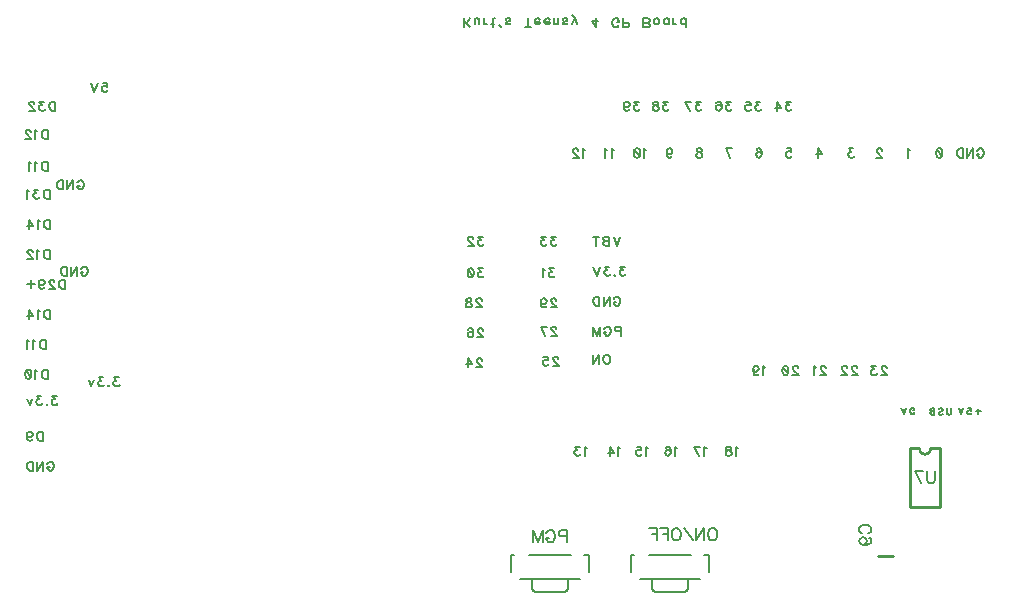
<source format=gbo>
G04 DipTrace 3.3.1.3*
G04 Teensy4.0TouchDisplayLoRa.gbo*
%MOIN*%
G04 #@! TF.FileFunction,Legend,Bot*
G04 #@! TF.Part,Single*
%ADD10C,0.009843*%
%ADD29C,0.005*%
%ADD139C,0.006176*%
%ADD140C,0.007*%
%FSLAX26Y26*%
G04*
G70*
G90*
G75*
G01*
G04 BotSilk*
%LPD*%
X3386468Y521167D2*
D10*
X3437609D1*
X2793701Y443698D2*
D29*
X2593699D1*
X2562465Y468703D2*
Y524945D1*
X2574965D1*
X2624966D2*
X2762434D1*
X2752712Y441699D2*
Y411696D1*
G02X2742699Y401700I-10011J16D01*
G01*
X2644701D1*
G02X2634688Y411696I-2J10012D01*
G01*
Y441699D1*
X2806201Y524945D2*
X2824935D1*
Y468703D1*
X2393701Y443698D2*
X2193699D1*
X2162465Y468703D2*
Y524945D1*
X2174965D1*
X2224966D2*
X2362434D1*
X2352712Y441699D2*
Y411696D1*
G02X2342699Y401700I-10011J16D01*
G01*
X2244701D1*
G02X2234688Y411696I-2J10012D01*
G01*
Y441699D1*
X2406201Y524945D2*
X2424935D1*
Y468703D1*
X3594888Y879579D2*
D10*
Y682724D1*
X3492512Y879579D2*
Y682724D1*
X3594888D2*
X3492512D1*
X3563394Y879579D2*
X3594888D1*
X3524006D2*
X3492512D1*
X3563394D2*
G02X3524006Y879579I-19694J9D01*
G01*
X3333483Y596318D2*
D139*
X3329681Y598220D1*
X3325834Y602066D1*
X3323933Y605869D1*
Y613518D1*
X3325834Y617365D1*
X3329681Y621167D1*
X3333483Y623113D1*
X3339231Y625014D1*
X3348826D1*
X3354530Y623113D1*
X3358377Y621167D1*
X3362179Y617365D1*
X3364125Y613518D1*
Y605869D1*
X3362179Y602066D1*
X3358377Y598220D1*
X3354530Y596318D1*
X3337330Y559074D2*
X3343078Y561019D1*
X3346925Y564822D1*
X3348826Y570570D1*
Y572471D1*
X3346925Y578219D1*
X3343078Y582021D1*
X3337330Y583967D1*
X3335429D1*
X3329681Y582021D1*
X3325878Y578219D1*
X3323977Y572471D1*
Y570570D1*
X3325878Y564822D1*
X3329681Y561019D1*
X3337330Y559074D1*
X3346925D1*
X3356475Y561019D1*
X3362223Y564822D1*
X3364125Y570570D1*
Y574372D1*
X3362223Y580120D1*
X3358377Y582021D1*
X2839118Y613528D2*
X2842965Y611627D1*
X2846768Y607780D1*
X2848713Y603977D1*
X2850614Y598229D1*
Y588634D1*
X2848713Y582931D1*
X2846768Y579084D1*
X2842965Y575281D1*
X2839118Y573336D1*
X2831469D1*
X2827667Y575281D1*
X2823820Y579084D1*
X2821918Y582931D1*
X2820017Y588634D1*
Y598229D1*
X2821918Y603977D1*
X2823820Y607780D1*
X2827667Y611627D1*
X2831469Y613528D1*
X2839118D1*
X2780871D2*
Y573336D1*
X2807666Y613528D1*
Y573336D1*
X2768520D2*
X2741725Y613484D1*
X2717878Y613528D2*
X2721724Y611627D1*
X2725527Y607780D1*
X2727472Y603977D1*
X2729374Y598229D1*
Y588634D1*
X2727472Y582931D1*
X2725527Y579084D1*
X2721724Y575281D1*
X2717878Y573336D1*
X2710228D1*
X2706426Y575281D1*
X2702579Y579084D1*
X2700678Y582931D1*
X2698776Y588634D1*
Y598229D1*
X2700678Y603977D1*
X2702579Y607780D1*
X2706426Y611627D1*
X2710228Y613528D1*
X2717878D1*
X2661532D2*
X2686425D1*
Y573336D1*
Y594382D2*
X2671126D1*
X2624287Y613528D2*
X2649180D1*
Y573336D1*
Y594382D2*
X2633882D1*
X2349095Y586232D2*
X2331851D1*
X2326147Y588133D1*
X2324202Y590079D1*
X2322301Y593881D1*
Y599629D1*
X2324202Y603432D1*
X2326147Y605377D1*
X2331851Y607278D1*
X2349095D1*
Y567086D1*
X2281253Y597728D2*
X2283155Y601530D1*
X2287001Y605377D1*
X2290804Y607278D1*
X2298453D1*
X2302300Y605377D1*
X2306102Y601530D1*
X2308048Y597728D1*
X2309949Y591980D1*
Y582385D1*
X2308048Y576681D1*
X2306102Y572834D1*
X2302300Y569032D1*
X2298453Y567086D1*
X2290804D1*
X2287001Y569032D1*
X2283155Y572834D1*
X2281253Y576681D1*
Y582385D1*
X2290804D1*
X2238305Y567086D2*
Y607278D1*
X2253603Y567086D1*
X2268902Y607278D1*
Y567086D1*
X3576670Y803657D2*
Y774961D1*
X3574769Y769213D1*
X3570922Y765411D1*
X3565174Y763465D1*
X3561372D1*
X3555624Y765411D1*
X3551777Y769213D1*
X3549876Y774961D1*
Y803657D1*
X3529875Y763465D2*
X3510730Y803613D1*
X3537524D1*
X2008251Y2283129D2*
D140*
Y2313273D1*
X2028347Y2283129D2*
X2008251Y2303225D1*
X2015414Y2296029D2*
X2028347Y2313273D1*
X2042347Y2293177D2*
Y2307536D1*
X2043773Y2311814D1*
X2046658Y2313273D1*
X2050969D1*
X2053821Y2311814D1*
X2058132Y2307536D1*
Y2293177D2*
Y2313273D1*
X2072132Y2293177D2*
Y2313273D1*
Y2301799D2*
X2073591Y2297488D1*
X2076443Y2294603D1*
X2079328Y2293177D1*
X2083639D1*
X2101950Y2283129D2*
Y2307536D1*
X2103376Y2311814D1*
X2106261Y2313273D1*
X2109113D1*
X2097639Y2293177D2*
X2107687D1*
X2130309Y2283162D2*
X2123113Y2291784D1*
X2131735Y2284588D1*
X2130309Y2283162D1*
X2161520Y2297488D2*
X2160094Y2294603D1*
X2155783Y2293177D1*
X2151472D1*
X2147161Y2294603D1*
X2145735Y2297488D1*
X2147161Y2300340D1*
X2150046Y2301799D1*
X2157209Y2303225D1*
X2160094Y2304651D1*
X2161520Y2307536D1*
Y2308962D1*
X2160094Y2311814D1*
X2155783Y2313273D1*
X2151472D1*
X2147161Y2311814D1*
X2145735Y2308962D1*
X2219465Y2283129D2*
Y2313273D1*
X2209417Y2283129D2*
X2229513D1*
X2243513Y2301799D2*
X2260724D1*
Y2298914D1*
X2259298Y2296029D1*
X2257872Y2294603D1*
X2254987Y2293177D1*
X2250676D1*
X2247824Y2294603D1*
X2244939Y2297488D1*
X2243513Y2301799D1*
Y2304651D1*
X2244939Y2308962D1*
X2247824Y2311814D1*
X2250676Y2313273D1*
X2254987D1*
X2257872Y2311814D1*
X2260724Y2308962D1*
X2274724Y2301799D2*
X2291935D1*
Y2298914D1*
X2290509Y2296029D1*
X2289083Y2294603D1*
X2286198Y2293177D1*
X2281887D1*
X2279035Y2294603D1*
X2276150Y2297488D1*
X2274724Y2301799D1*
Y2304651D1*
X2276150Y2308962D1*
X2279035Y2311814D1*
X2281887Y2313273D1*
X2286198D1*
X2289083Y2311814D1*
X2291935Y2308962D1*
X2305935Y2293177D2*
Y2313273D1*
Y2298914D2*
X2310246Y2294603D1*
X2313131Y2293177D1*
X2317409D1*
X2320294Y2294603D1*
X2321720Y2298914D1*
Y2313273D1*
X2351505Y2297488D2*
X2350079Y2294603D1*
X2345768Y2293177D1*
X2341457D1*
X2337146Y2294603D1*
X2335720Y2297488D1*
X2337146Y2300340D1*
X2340031Y2301799D1*
X2347194Y2303225D1*
X2350079Y2304651D1*
X2351505Y2307536D1*
Y2308962D1*
X2350079Y2311814D1*
X2345768Y2313273D1*
X2341457D1*
X2337146Y2311814D1*
X2335720Y2308962D1*
X2366964Y2293177D2*
X2375553Y2313273D1*
X2372701Y2319010D1*
X2369816Y2321895D1*
X2366964Y2323321D1*
X2365505D1*
X2384175Y2293177D2*
X2375553Y2313273D1*
X2446431D2*
Y2283162D1*
X2432072Y2303225D1*
X2453594D1*
X2523013Y2290292D2*
X2521587Y2287440D1*
X2518702Y2284555D1*
X2515850Y2283129D1*
X2510113D1*
X2507228Y2284555D1*
X2504376Y2287440D1*
X2502917Y2290292D1*
X2501491Y2294603D1*
Y2301799D1*
X2502917Y2306077D1*
X2504376Y2308962D1*
X2507228Y2311814D1*
X2510113Y2313273D1*
X2515850D1*
X2518702Y2311814D1*
X2521587Y2308962D1*
X2523013Y2306077D1*
Y2301799D1*
X2515850D1*
X2537013Y2298914D2*
X2549946D1*
X2554224Y2297488D1*
X2555683Y2296029D1*
X2557109Y2293177D1*
Y2288866D1*
X2555683Y2286014D1*
X2554224Y2284555D1*
X2549946Y2283129D1*
X2537013D1*
Y2313273D1*
X2605006Y2283129D2*
Y2313273D1*
X2617939D1*
X2622250Y2311814D1*
X2623676Y2310388D1*
X2625102Y2307536D1*
Y2303225D1*
X2623676Y2300340D1*
X2622250Y2298914D1*
X2617939Y2297488D1*
X2622250Y2296029D1*
X2623676Y2294603D1*
X2625102Y2291751D1*
Y2288866D1*
X2623676Y2286014D1*
X2622250Y2284555D1*
X2617939Y2283129D1*
X2605006D1*
Y2297488D2*
X2617939D1*
X2646265Y2293177D2*
X2643413Y2294603D1*
X2640528Y2297488D1*
X2639102Y2301799D1*
Y2304651D1*
X2640528Y2308962D1*
X2643413Y2311814D1*
X2646265Y2313273D1*
X2650576D1*
X2653461Y2311814D1*
X2656313Y2308962D1*
X2657772Y2304651D1*
Y2301799D1*
X2656313Y2297488D1*
X2653461Y2294603D1*
X2650576Y2293177D1*
X2646265D1*
X2688983D2*
Y2313273D1*
Y2297488D2*
X2686131Y2294603D1*
X2683246Y2293177D1*
X2678968D1*
X2676083Y2294603D1*
X2673231Y2297488D1*
X2671772Y2301799D1*
Y2304651D1*
X2673231Y2308962D1*
X2676083Y2311814D1*
X2678968Y2313273D1*
X2683246D1*
X2686131Y2311814D1*
X2688983Y2308962D1*
X2702983Y2293177D2*
Y2313273D1*
Y2301799D2*
X2704442Y2297488D1*
X2707294Y2294603D1*
X2710179Y2293177D1*
X2714490D1*
X2745701Y2283129D2*
Y2313273D1*
Y2297488D2*
X2742849Y2294603D1*
X2739964Y2293177D1*
X2735653D1*
X2732801Y2294603D1*
X2729916Y2297488D1*
X2728490Y2301799D1*
Y2304651D1*
X2729916Y2308962D1*
X2732801Y2311814D1*
X2735653Y2313273D1*
X2739964D1*
X2742849Y2311814D1*
X2745701Y2308962D1*
X644471Y2035667D2*
Y2005523D1*
X634423D1*
X630112Y2006983D1*
X627227Y2009834D1*
X625801Y2012720D1*
X624375Y2016997D1*
Y2024193D1*
X625801Y2028505D1*
X627227Y2031356D1*
X630112Y2034241D1*
X634423Y2035667D1*
X644471D1*
X607490Y2035634D2*
X591738D1*
X600327Y2024160D1*
X596016D1*
X593164Y2022734D1*
X591738Y2021308D1*
X590279Y2016997D1*
Y2014145D1*
X591738Y2009834D1*
X594590Y2006949D1*
X598901Y2005523D1*
X603212D1*
X607490Y2006949D1*
X608916Y2008409D1*
X610375Y2011260D1*
X574820Y2028471D2*
Y2029897D1*
X573394Y2032782D1*
X571968Y2034208D1*
X569083Y2035634D1*
X563346D1*
X560494Y2034208D1*
X559068Y2032782D1*
X557609Y2029897D1*
Y2027045D1*
X559068Y2024160D1*
X561920Y2019882D1*
X576279Y2005523D1*
X556183D1*
X619072Y1941927D2*
Y1911783D1*
X609024D1*
X604713Y1913242D1*
X601828Y1916094D1*
X600402Y1918979D1*
X598976Y1923257D1*
Y1930453D1*
X600402Y1934764D1*
X601828Y1937616D1*
X604713Y1940501D1*
X609024Y1941927D1*
X619072D1*
X584976Y1936157D2*
X582091Y1937616D1*
X577780Y1941894D1*
Y1911783D1*
X562321Y1934731D2*
Y1936157D1*
X560895Y1939042D1*
X559469Y1940468D1*
X556584Y1941894D1*
X550847D1*
X547995Y1940468D1*
X546569Y1939042D1*
X545110Y1936157D1*
Y1933305D1*
X546569Y1930420D1*
X549421Y1926142D1*
X563780Y1911783D1*
X543684D1*
X618671Y1835688D2*
Y1805544D1*
X608623D1*
X604312Y1807004D1*
X601427Y1809855D1*
X600001Y1812741D1*
X598575Y1817018D1*
Y1824214D1*
X600001Y1828526D1*
X601427Y1831377D1*
X604312Y1834262D1*
X608623Y1835688D1*
X618671D1*
X584575Y1829918D2*
X581690Y1831377D1*
X577379Y1835655D1*
Y1805544D1*
X563379Y1829918D2*
X560494Y1831377D1*
X556183Y1835655D1*
Y1805544D1*
X625322Y1741948D2*
Y1711804D1*
X615274D1*
X610963Y1713263D1*
X608078Y1716115D1*
X606652Y1719000D1*
X605226Y1723278D1*
Y1730474D1*
X606652Y1734785D1*
X608078Y1737637D1*
X610963Y1740522D1*
X615274Y1741948D1*
X625322D1*
X588341Y1741915D2*
X572589D1*
X581178Y1730441D1*
X576867D1*
X574015Y1729015D1*
X572589Y1727589D1*
X571130Y1723278D1*
Y1720426D1*
X572589Y1716115D1*
X575441Y1713230D1*
X579752Y1711804D1*
X584063D1*
X588341Y1713230D1*
X589767Y1714689D1*
X591226Y1717541D1*
X557130Y1736178D2*
X554245Y1737637D1*
X549934Y1741915D1*
Y1711804D1*
X626748Y1641959D2*
Y1611815D1*
X616700D1*
X612389Y1613274D1*
X609504Y1616126D1*
X608078Y1619011D1*
X606652Y1623289D1*
Y1630485D1*
X608078Y1634796D1*
X609504Y1637648D1*
X612389Y1640533D1*
X616700Y1641959D1*
X626748D1*
X592652Y1636189D2*
X589767Y1637648D1*
X585456Y1641926D1*
Y1611815D1*
X557097D2*
Y1641926D1*
X571456Y1621863D1*
X549934D1*
X625322Y1541969D2*
Y1511825D1*
X615274D1*
X610963Y1513284D1*
X608078Y1516136D1*
X606652Y1519021D1*
X605226Y1523299D1*
Y1530495D1*
X606652Y1534806D1*
X608078Y1537658D1*
X610963Y1540543D1*
X615274Y1541969D1*
X625322D1*
X591226Y1536199D2*
X588341Y1537658D1*
X584030Y1541936D1*
Y1511825D1*
X568570Y1534773D2*
Y1536199D1*
X567145Y1539084D1*
X565719Y1540510D1*
X562834Y1541936D1*
X557097D1*
X554245Y1540510D1*
X552819Y1539084D1*
X551360Y1536199D1*
Y1533347D1*
X552819Y1530462D1*
X555671Y1526184D1*
X570030Y1511825D1*
X549934D1*
X676629Y1441980D2*
Y1411836D1*
X666581D1*
X662270Y1413295D1*
X659385Y1416147D1*
X657959Y1419032D1*
X656533Y1423310D1*
Y1430506D1*
X657959Y1434817D1*
X659385Y1437669D1*
X662270Y1440554D1*
X666581Y1441980D1*
X676629D1*
X641074Y1434784D2*
Y1436210D1*
X639648Y1439095D1*
X638222Y1440521D1*
X635337Y1441947D1*
X629600D1*
X626748Y1440521D1*
X625322Y1439095D1*
X623863Y1436210D1*
Y1433358D1*
X625322Y1430473D1*
X628174Y1426195D1*
X642533Y1411836D1*
X622437D1*
X589767Y1431932D2*
X591226Y1427621D1*
X594078Y1424736D1*
X598389Y1423310D1*
X599815D1*
X604126Y1424736D1*
X606978Y1427621D1*
X608437Y1431932D1*
Y1433358D1*
X606978Y1437669D1*
X604126Y1440521D1*
X599815Y1441947D1*
X598389D1*
X594078Y1440521D1*
X591226Y1437669D1*
X589767Y1431932D1*
Y1424736D1*
X591226Y1417573D1*
X594078Y1413262D1*
X598389Y1411836D1*
X601241D1*
X605552Y1413262D1*
X606978Y1416147D1*
X562867Y1439808D2*
Y1413975D1*
X575767Y1426875D2*
X549934D1*
X626748Y1341990D2*
Y1311846D1*
X616700D1*
X612389Y1313305D1*
X609504Y1316157D1*
X608078Y1319042D1*
X606652Y1323320D1*
Y1330516D1*
X608078Y1334827D1*
X609504Y1337679D1*
X612389Y1340564D1*
X616700Y1341990D1*
X626748D1*
X592652Y1336220D2*
X589767Y1337679D1*
X585456Y1341957D1*
Y1311846D1*
X557097D2*
Y1341957D1*
X571456Y1321894D1*
X549934D1*
X612422Y1242001D2*
Y1211857D1*
X602374D1*
X598063Y1213316D1*
X595178Y1216168D1*
X593752Y1219053D1*
X592326Y1223331D1*
Y1230527D1*
X593752Y1234838D1*
X595178Y1237690D1*
X598063Y1240575D1*
X602374Y1242001D1*
X612422D1*
X578326Y1236231D2*
X575441Y1237690D1*
X571130Y1241968D1*
Y1211857D1*
X557130Y1236231D2*
X554245Y1237690D1*
X549934Y1241968D1*
Y1211857D1*
X619072Y1142011D2*
Y1111867D1*
X609024D1*
X604713Y1113326D1*
X601828Y1116178D1*
X600402Y1119063D1*
X598976Y1123341D1*
Y1130537D1*
X600402Y1134848D1*
X601828Y1137700D1*
X604713Y1140585D1*
X609024Y1142011D1*
X619072D1*
X584976Y1136241D2*
X582091Y1137700D1*
X577780Y1141978D1*
Y1111867D1*
X555158Y1141978D2*
X559469Y1140552D1*
X562354Y1136241D1*
X563780Y1129078D1*
Y1124767D1*
X562354Y1117604D1*
X559469Y1113293D1*
X555158Y1111867D1*
X552306D1*
X547995Y1113293D1*
X545143Y1117604D1*
X543684Y1124767D1*
Y1129078D1*
X545143Y1136241D1*
X547995Y1140552D1*
X552306Y1141978D1*
X555158D1*
X545143Y1136241D2*
X562354Y1117604D1*
X649337Y1054487D2*
X633585D1*
X642174Y1043013D1*
X637863D1*
X635011Y1041587D1*
X633585Y1040161D1*
X632126Y1035850D1*
Y1032999D1*
X633585Y1028687D1*
X636437Y1025802D1*
X640748Y1024376D1*
X645059D1*
X649337Y1025802D1*
X650762Y1027262D1*
X652222Y1030113D1*
X616700Y1027262D2*
X618126Y1025802D1*
X616700Y1024376D1*
X615241Y1025802D1*
X616700Y1027262D1*
X598355Y1054487D2*
X582604D1*
X591193Y1043013D1*
X586882D1*
X584030Y1041587D1*
X582604Y1040161D1*
X581145Y1035850D1*
Y1032999D1*
X582604Y1028687D1*
X585456Y1025802D1*
X589767Y1024376D1*
X594078D1*
X598355Y1025802D1*
X599781Y1027262D1*
X601241Y1030113D1*
X567145Y1044472D2*
X558522Y1024376D1*
X549934Y1044472D1*
X602700Y935783D2*
Y905639D1*
X592652D1*
X588341Y907098D1*
X585456Y909950D1*
X584030Y912835D1*
X582604Y917113D1*
Y924309D1*
X584030Y928620D1*
X585456Y931472D1*
X588341Y934357D1*
X592652Y935783D1*
X602700D1*
X549934Y925735D2*
X551393Y921424D1*
X554245Y918539D1*
X558556Y917113D1*
X559982D1*
X564293Y918539D1*
X567145Y921424D1*
X568604Y925735D1*
Y927161D1*
X567145Y931472D1*
X564293Y934324D1*
X559982Y935750D1*
X558556D1*
X554245Y934324D1*
X551393Y931472D1*
X549934Y925735D1*
Y918539D1*
X551393Y911376D1*
X554245Y907065D1*
X558556Y905639D1*
X561408D1*
X565719Y907065D1*
X567145Y909950D1*
X618126Y828630D2*
X619552Y831482D1*
X622437Y834367D1*
X625289Y835793D1*
X631026D1*
X633911Y834367D1*
X636762Y831482D1*
X638222Y828630D1*
X639648Y824319D1*
Y817123D1*
X638222Y812846D1*
X636762Y809960D1*
X633911Y807109D1*
X631026Y805649D1*
X625289D1*
X622437Y807109D1*
X619552Y809960D1*
X618126Y812846D1*
Y817123D1*
X625289D1*
X584030Y835793D2*
Y805649D1*
X604126Y835793D1*
Y805649D1*
X570030Y835793D2*
Y805649D1*
X559982D1*
X555671Y807109D1*
X552786Y809960D1*
X551360Y812846D1*
X549934Y817123D1*
Y824319D1*
X551360Y828630D1*
X552786Y831482D1*
X555671Y834367D1*
X559982Y835793D1*
X570030D1*
X2416034Y880018D2*
X2413149Y881477D1*
X2408838Y885755D1*
Y855644D1*
X2391953Y885755D2*
X2376201D1*
X2384790Y874281D1*
X2380479D1*
X2377627Y872855D1*
X2376201Y871429D1*
X2374742Y867118D1*
Y864266D1*
X2376201Y859955D1*
X2379053Y857070D1*
X2383364Y855644D1*
X2387675D1*
X2391953Y857070D1*
X2393379Y858529D1*
X2394838Y861381D1*
X2528257Y880018D2*
X2525372Y881477D1*
X2521061Y885755D1*
Y855644D1*
X2492702D2*
Y885755D1*
X2507061Y865692D1*
X2485539D1*
X2620304Y880018D2*
X2617419Y881477D1*
X2613108Y885755D1*
Y855644D1*
X2581897Y885755D2*
X2596223D1*
X2597649Y872855D1*
X2596223Y874281D1*
X2591912Y875740D1*
X2587634D1*
X2583323Y874281D1*
X2580438Y871429D1*
X2579012Y867118D1*
Y864266D1*
X2580438Y859955D1*
X2583323Y857070D1*
X2587634Y855644D1*
X2591912D1*
X2596223Y857070D1*
X2597649Y858529D1*
X2599108Y861381D1*
X2717143Y880018D2*
X2714258Y881477D1*
X2709947Y885755D1*
Y855644D1*
X2678736Y881477D2*
X2680162Y884329D1*
X2684473Y885755D1*
X2687325D1*
X2691636Y884329D1*
X2694521Y880018D1*
X2695947Y872855D1*
Y865692D1*
X2694521Y859955D1*
X2691636Y857070D1*
X2687325Y855644D1*
X2685899D1*
X2681621Y857070D1*
X2678736Y859955D1*
X2677310Y864266D1*
Y865692D1*
X2678736Y870003D1*
X2681621Y872855D1*
X2685899Y874281D1*
X2687325D1*
X2691636Y872855D1*
X2694521Y870003D1*
X2695947Y865692D1*
X2815441Y880018D2*
X2812556Y881477D1*
X2808245Y885755D1*
Y855644D1*
X2788508D2*
X2774149Y885755D1*
X2794245D1*
X2919955Y880018D2*
X2917070Y881477D1*
X2912759Y885755D1*
Y855644D1*
X2891596Y885755D2*
X2895874Y884329D1*
X2897333Y881477D1*
Y878592D1*
X2895874Y875740D1*
X2893022Y874281D1*
X2887285Y872855D1*
X2882974Y871429D1*
X2880122Y868544D1*
X2878696Y865692D1*
Y861381D1*
X2880122Y858529D1*
X2881548Y857070D1*
X2885859Y855644D1*
X2891596D1*
X2895874Y857070D1*
X2897333Y858529D1*
X2898759Y861381D1*
Y865692D1*
X2897333Y868544D1*
X2894448Y871429D1*
X2890170Y872855D1*
X2884433Y874281D1*
X2881548Y875740D1*
X2880122Y878592D1*
Y881477D1*
X2881548Y884329D1*
X2885859Y885755D1*
X2891596D1*
X3010577Y1148740D2*
X3007692Y1150199D1*
X3003381Y1154477D1*
Y1124366D1*
X2970710Y1144462D2*
X2972170Y1140151D1*
X2975022Y1137266D1*
X2979333Y1135840D1*
X2980758D1*
X2985070Y1137266D1*
X2987921Y1140151D1*
X2989381Y1144462D1*
Y1145888D1*
X2987921Y1150199D1*
X2985070Y1153051D1*
X2980758Y1154477D1*
X2979333D1*
X2975022Y1153051D1*
X2972170Y1150199D1*
X2970710Y1144462D1*
Y1137266D1*
X2972170Y1130103D1*
X2975022Y1125792D1*
X2979333Y1124366D1*
X2982184D1*
X2986495Y1125792D1*
X2987921Y1128677D1*
X3120315Y1147314D2*
Y1148740D1*
X3118889Y1151625D1*
X3117463Y1153051D1*
X3114578Y1154477D1*
X3108841D1*
X3105989Y1153051D1*
X3104563Y1151625D1*
X3103104Y1148740D1*
Y1145888D1*
X3104563Y1143003D1*
X3107415Y1138725D1*
X3121774Y1124366D1*
X3101678D1*
X3079056Y1154477D2*
X3083367Y1153051D1*
X3086252Y1148740D1*
X3087678Y1141577D1*
Y1137266D1*
X3086252Y1130103D1*
X3083367Y1125792D1*
X3079056Y1124366D1*
X3076204D1*
X3071893Y1125792D1*
X3069041Y1130103D1*
X3067582Y1137266D1*
Y1141577D1*
X3069041Y1148740D1*
X3071893Y1153051D1*
X3076204Y1154477D1*
X3079056D1*
X3069041Y1148740D2*
X3086252Y1130103D1*
X3212362Y1147314D2*
Y1148740D1*
X3210936Y1151625D1*
X3209510Y1153051D1*
X3206625Y1154477D1*
X3200888D1*
X3198037Y1153051D1*
X3196611Y1151625D1*
X3195151Y1148740D1*
Y1145888D1*
X3196611Y1143003D1*
X3199462Y1138725D1*
X3213821Y1124366D1*
X3193725D1*
X3179725Y1148740D2*
X3176840Y1150199D1*
X3172529Y1154477D1*
Y1124366D1*
X3317311Y1147314D2*
Y1148740D1*
X3315885Y1151625D1*
X3314459Y1153051D1*
X3311574Y1154477D1*
X3305837D1*
X3302985Y1153051D1*
X3301559Y1151625D1*
X3300100Y1148740D1*
Y1145888D1*
X3301559Y1143003D1*
X3304411Y1138725D1*
X3318770Y1124366D1*
X3298674D1*
X3283215Y1147314D2*
Y1148740D1*
X3281789Y1151625D1*
X3280363Y1153051D1*
X3277478Y1154477D1*
X3271741D1*
X3268889Y1153051D1*
X3267463Y1151625D1*
X3266004Y1148740D1*
Y1145888D1*
X3267463Y1143003D1*
X3270315Y1138725D1*
X3284674Y1124366D1*
X3264578D1*
X3629498Y1012737D2*
Y998389D1*
X3628548Y995515D1*
X3626624Y993614D1*
X3623750Y992641D1*
X3621849D1*
X3618975Y993614D1*
X3617052Y995515D1*
X3616101Y998389D1*
Y1012737D1*
X3588704Y1009863D2*
X3590605Y1011787D1*
X3593479Y1012737D1*
X3597304D1*
X3600178Y1011787D1*
X3602101Y1009863D1*
Y1007962D1*
X3601128Y1006039D1*
X3600178Y1005088D1*
X3598276Y1004137D1*
X3592528Y1002214D1*
X3590605Y1001263D1*
X3589654Y1000291D1*
X3588704Y998389D1*
Y995515D1*
X3590605Y993614D1*
X3593479Y992641D1*
X3597304D1*
X3600178Y993614D1*
X3602101Y995515D1*
X3574704Y1012737D2*
Y992641D1*
X3566082D1*
X3563208Y993614D1*
X3562257Y994565D1*
X3561306Y996466D1*
Y999340D1*
X3562257Y1001263D1*
X3563208Y1002214D1*
X3566082Y1003165D1*
X3563208Y1004137D1*
X3562257Y1005088D1*
X3561306Y1006989D1*
Y1008913D1*
X3562257Y1010814D1*
X3563208Y1011787D1*
X3566082Y1012737D1*
X3574704D1*
Y1003165D2*
X3566082D1*
X3479939Y1014835D2*
X3472267Y994739D1*
X3464618Y1014835D1*
X3467492Y1008136D2*
X3477065D1*
X3508286Y999514D2*
X3507336Y997613D1*
X3505412Y995689D1*
X3503511Y994739D1*
X3499687D1*
X3497763Y995689D1*
X3495862Y997613D1*
X3494889Y999514D1*
X3493939Y1002388D1*
Y1007186D1*
X3494889Y1010037D1*
X3495862Y1011961D1*
X3497763Y1013862D1*
X3499687Y1014835D1*
X3503511D1*
X3505412Y1013862D1*
X3507336Y1011961D1*
X3508286Y1010037D1*
Y1007185D1*
X3503511Y1007186D1*
X3416009Y1147314D2*
Y1148740D1*
X3414583Y1151625D1*
X3413157Y1153051D1*
X3410272Y1154477D1*
X3404535D1*
X3401683Y1153051D1*
X3400257Y1151625D1*
X3398798Y1148740D1*
Y1145888D1*
X3400257Y1143003D1*
X3403109Y1138725D1*
X3417468Y1124366D1*
X3397372D1*
X3380487Y1154477D2*
X3364735D1*
X3373324Y1143003D1*
X3369013D1*
X3366161Y1141577D1*
X3364735Y1140151D1*
X3363276Y1135840D1*
Y1132988D1*
X3364735Y1128677D1*
X3367587Y1125792D1*
X3371898Y1124366D1*
X3376209D1*
X3380487Y1125792D1*
X3381913Y1127251D1*
X3383372Y1130103D1*
X3720501Y1011947D2*
Y994725D1*
X3729101Y1003325D2*
X3711879D1*
X3686405Y1013373D2*
X3695956D1*
X3696906Y1004773D1*
X3695956Y1005723D1*
X3693081Y1006696D1*
X3690230D1*
X3687356Y1005723D1*
X3685432Y1003822D1*
X3684482Y1000948D1*
Y999047D1*
X3685432Y996173D1*
X3687356Y994249D1*
X3690230Y993299D1*
X3693081D1*
X3695956Y994249D1*
X3696906Y995222D1*
X3697879Y997123D1*
X3670482Y1013395D2*
X3662832Y993299D1*
X3655183Y1013395D1*
X3186585Y1849290D2*
Y1879401D1*
X3200944Y1859338D1*
X3179422D1*
X3082225Y1879401D2*
X3096551D1*
X3097977Y1866501D1*
X3096551Y1867927D1*
X3092240Y1869386D1*
X3087962D1*
X3083651Y1867927D1*
X3080766Y1865075D1*
X3079340Y1860764D1*
Y1857912D1*
X3080766Y1853601D1*
X3083651Y1850716D1*
X3087962Y1849290D1*
X3092240D1*
X3096551Y1850716D1*
X3097977Y1852175D1*
X3099436Y1855027D1*
X2982144Y1875123D2*
X2983570Y1877975D1*
X2987881Y1879401D1*
X2990733D1*
X2995044Y1877975D1*
X2997929Y1873664D1*
X2999355Y1866501D1*
Y1859338D1*
X2997929Y1853601D1*
X2995044Y1850716D1*
X2990733Y1849290D1*
X2989307D1*
X2985029Y1850716D1*
X2982144Y1853601D1*
X2980718Y1857912D1*
Y1859338D1*
X2982144Y1863649D1*
X2985029Y1866501D1*
X2989307Y1867927D1*
X2990733D1*
X2995044Y1866501D1*
X2997929Y1863649D1*
X2999355Y1859338D1*
X2894995Y1849290D2*
X2880636Y1879401D1*
X2900732D1*
X2793487D2*
X2797765Y1877975D1*
X2799224Y1875123D1*
Y1872238D1*
X2797765Y1869386D1*
X2794913Y1867927D1*
X2789176Y1866501D1*
X2784865Y1865075D1*
X2782013Y1862190D1*
X2780587Y1859338D1*
Y1855027D1*
X2782013Y1852175D1*
X2783439Y1850716D1*
X2787750Y1849290D1*
X2793487D1*
X2797765Y1850716D1*
X2799224Y1852175D1*
X2800650Y1855027D1*
Y1859338D1*
X2799224Y1862190D1*
X2796339Y1865075D1*
X2792061Y1866501D1*
X2786324Y1867927D1*
X2783439Y1869386D1*
X2782013Y1872238D1*
Y1875123D1*
X2783439Y1877975D1*
X2787750Y1879401D1*
X2793487D1*
X2681931Y1869386D2*
X2683390Y1865075D1*
X2686242Y1862190D1*
X2690553Y1860764D1*
X2691979D1*
X2696290Y1862190D1*
X2699142Y1865075D1*
X2700601Y1869386D1*
Y1870812D1*
X2699142Y1875123D1*
X2696290Y1877975D1*
X2691979Y1879401D1*
X2690553D1*
X2686242Y1877975D1*
X2683390Y1875123D1*
X2681931Y1869386D1*
Y1862190D1*
X2683390Y1855027D1*
X2686242Y1850716D1*
X2690553Y1849290D1*
X2693405D1*
X2697716Y1850716D1*
X2699142Y1853601D1*
X2614444Y1873664D2*
X2611558Y1875123D1*
X2607247Y1879401D1*
Y1849290D1*
X2584625Y1879401D2*
X2588936Y1877975D1*
X2591821Y1873664D1*
X2593247Y1866501D1*
Y1862190D1*
X2591821Y1855027D1*
X2588936Y1850716D1*
X2584625Y1849290D1*
X2581773D1*
X2577462Y1850716D1*
X2574611Y1855027D1*
X2573151Y1862190D1*
Y1866501D1*
X2574611Y1873664D1*
X2577462Y1877975D1*
X2581773Y1879401D1*
X2584625D1*
X2574611Y1873664D2*
X2591821Y1855027D1*
X2505664Y1873664D2*
X2502779Y1875123D1*
X2498468Y1879401D1*
Y1849290D1*
X2484468Y1873664D2*
X2481583Y1875123D1*
X2477272Y1879401D1*
Y1849290D1*
X2409785Y1873664D2*
X2406900Y1875123D1*
X2402589Y1879401D1*
Y1849290D1*
X2387130Y1872238D2*
Y1873664D1*
X2385704Y1876549D1*
X2384278Y1877975D1*
X2381393Y1879401D1*
X2375656D1*
X2372804Y1877975D1*
X2371378Y1876549D1*
X2369919Y1873664D1*
Y1870812D1*
X2371378Y1867927D1*
X2374230Y1863649D1*
X2388589Y1849290D1*
X2368493D1*
X3304390Y1879401D2*
X3288638D1*
X3297227Y1867927D1*
X3292916D1*
X3290064Y1866501D1*
X3288638Y1865075D1*
X3287179Y1860764D1*
Y1857912D1*
X3288638Y1853601D1*
X3291490Y1850716D1*
X3295801Y1849290D1*
X3300112D1*
X3304390Y1850716D1*
X3305816Y1852175D1*
X3307275Y1855027D1*
X3399648Y1872238D2*
Y1873664D1*
X3398222Y1876549D1*
X3396796Y1877975D1*
X3393911Y1879401D1*
X3388174D1*
X3385322Y1877975D1*
X3383896Y1876549D1*
X3382437Y1873664D1*
Y1870812D1*
X3383896Y1867927D1*
X3386748Y1863649D1*
X3401107Y1849290D1*
X3381011D1*
X3494538Y1873664D2*
X3491653Y1875123D1*
X3487342Y1879401D1*
Y1849290D1*
X3592247Y1879401D2*
X3596558Y1877975D1*
X3599444Y1873664D1*
X3600869Y1866501D1*
Y1862190D1*
X3599444Y1855027D1*
X3596558Y1850716D1*
X3592247Y1849290D1*
X3589396D1*
X3585085Y1850716D1*
X3582233Y1855027D1*
X3580773Y1862190D1*
Y1866501D1*
X3582233Y1873664D1*
X3585085Y1877975D1*
X3589396Y1879401D1*
X3592247D1*
X3582233Y1873664D2*
X3599444Y1855027D1*
X3717800Y1872271D2*
X3719226Y1875123D1*
X3722111Y1878008D1*
X3724963Y1879434D1*
X3730700D1*
X3733585Y1878008D1*
X3736437Y1875123D1*
X3737896Y1872271D1*
X3739322Y1867960D1*
Y1860764D1*
X3737896Y1856486D1*
X3736437Y1853601D1*
X3733585Y1850749D1*
X3730700Y1849290D1*
X3724963D1*
X3722111Y1850749D1*
X3719226Y1853601D1*
X3717800Y1856486D1*
Y1860764D1*
X3724963D1*
X3683704Y1879434D2*
Y1849290D1*
X3703800Y1879434D1*
Y1849290D1*
X3669704Y1879434D2*
Y1849290D1*
X3659656D1*
X3655345Y1850749D1*
X3652460Y1853601D1*
X3651034Y1856486D1*
X3649608Y1860764D1*
Y1867960D1*
X3651034Y1872271D1*
X3652460Y1875123D1*
X3655345Y1878008D1*
X3659656Y1879434D1*
X3669704D1*
X2066439Y1172311D2*
Y1173737D1*
X2065013Y1176622D1*
X2063587Y1178048D1*
X2060702Y1179474D1*
X2054965D1*
X2052113Y1178048D1*
X2050687Y1176622D1*
X2049228Y1173737D1*
Y1170885D1*
X2050687Y1168000D1*
X2053539Y1163722D1*
X2067898Y1149363D1*
X2047802D1*
X2019443D2*
Y1179474D1*
X2033802Y1159411D1*
X2012280D1*
X2321236Y1178561D2*
Y1179987D1*
X2319810Y1182872D1*
X2318384Y1184298D1*
X2315499Y1185724D1*
X2309762D1*
X2306910Y1184298D1*
X2305484Y1182872D1*
X2304025Y1179987D1*
Y1177135D1*
X2305484Y1174250D1*
X2308336Y1169972D1*
X2322695Y1155613D1*
X2302599D1*
X2271388Y1185724D2*
X2285714D1*
X2287140Y1172824D1*
X2285714Y1174250D1*
X2281403Y1175709D1*
X2277125D1*
X2272814Y1174250D1*
X2269929Y1171398D1*
X2268503Y1167087D1*
Y1164235D1*
X2269929Y1159924D1*
X2272814Y1157039D1*
X2277125Y1155613D1*
X2281403D1*
X2285714Y1157039D1*
X2287140Y1158498D1*
X2288599Y1161350D1*
X2069803Y1272301D2*
Y1273727D1*
X2068377Y1276612D1*
X2066951Y1278038D1*
X2064066Y1279464D1*
X2058329D1*
X2055477Y1278038D1*
X2054051Y1276612D1*
X2052592Y1273727D1*
Y1270875D1*
X2054051Y1267990D1*
X2056903Y1263712D1*
X2071262Y1249353D1*
X2051166D1*
X2019955Y1275186D2*
X2021381Y1278038D1*
X2025692Y1279464D1*
X2028544D1*
X2032855Y1278038D1*
X2035740Y1273727D1*
X2037166Y1266564D1*
Y1259401D1*
X2035740Y1253664D1*
X2032855Y1250779D1*
X2028544Y1249353D1*
X2027118D1*
X2022840Y1250779D1*
X2019955Y1253664D1*
X2018529Y1257975D1*
Y1259401D1*
X2019955Y1263712D1*
X2022840Y1266564D1*
X2027118Y1267990D1*
X2028544D1*
X2032855Y1266564D1*
X2035740Y1263712D1*
X2037166Y1259401D1*
X2314987Y1278550D2*
Y1279976D1*
X2313561Y1282861D1*
X2312135Y1284287D1*
X2309250Y1285713D1*
X2303513D1*
X2300661Y1284287D1*
X2299235Y1282861D1*
X2297776Y1279976D1*
Y1277124D1*
X2299235Y1274239D1*
X2302087Y1269961D1*
X2316446Y1255602D1*
X2296350D1*
X2276613D2*
X2262254Y1285713D1*
X2282350D1*
X2306910Y1479443D2*
X2291158D1*
X2299747Y1467969D1*
X2295436D1*
X2292584Y1466543D1*
X2291158Y1465117D1*
X2289699Y1460806D1*
Y1457954D1*
X2291158Y1453643D1*
X2294010Y1450758D1*
X2298321Y1449332D1*
X2302632D1*
X2306910Y1450758D1*
X2308336Y1452217D1*
X2309795Y1455069D1*
X2275699Y1473706D2*
X2272814Y1475165D1*
X2268503Y1479443D1*
Y1449332D1*
X2069836Y1585682D2*
X2054085D1*
X2062673Y1574208D1*
X2058362D1*
X2055510Y1572782D1*
X2054085Y1571356D1*
X2052625Y1567045D1*
Y1564193D1*
X2054085Y1559882D1*
X2056936Y1556997D1*
X2061247Y1555571D1*
X2065558D1*
X2069836Y1556997D1*
X2071262Y1558456D1*
X2072721Y1561308D1*
X2037166Y1578519D2*
Y1579945D1*
X2035740Y1582830D1*
X2034314Y1584256D1*
X2031429Y1585682D1*
X2025692D1*
X2022840Y1584256D1*
X2021414Y1582830D1*
X2019955Y1579945D1*
Y1577093D1*
X2021414Y1574208D1*
X2024266Y1569930D1*
X2038625Y1555571D1*
X2018529D1*
X2313561Y1585682D2*
X2297809D1*
X2306398Y1574208D1*
X2302087D1*
X2299235Y1572782D1*
X2297809Y1571356D1*
X2296350Y1567045D1*
Y1564193D1*
X2297809Y1559882D1*
X2300661Y1556997D1*
X2304972Y1555571D1*
X2309283D1*
X2313561Y1556997D1*
X2314987Y1558456D1*
X2316446Y1561308D1*
X2279465Y1585682D2*
X2263713D1*
X2272302Y1574208D1*
X2267991D1*
X2265139Y1572782D1*
X2263713Y1571356D1*
X2262254Y1567045D1*
Y1564193D1*
X2263713Y1559882D1*
X2266565Y1556997D1*
X2270876Y1555571D1*
X2275187D1*
X2279465Y1556997D1*
X2280891Y1558456D1*
X2282350Y1561308D1*
X2065465Y1372290D2*
Y1373716D1*
X2064039Y1376601D1*
X2062613Y1378027D1*
X2059728Y1379453D1*
X2053991D1*
X2051139Y1378027D1*
X2049714Y1376601D1*
X2048254Y1373716D1*
Y1370864D1*
X2049714Y1367979D1*
X2052565Y1363701D1*
X2066924Y1349342D1*
X2046828D1*
X2025666Y1379453D2*
X2029943Y1378027D1*
X2031403Y1375175D1*
Y1372290D1*
X2029943Y1369438D1*
X2027091Y1367979D1*
X2021355Y1366553D1*
X2017043Y1365127D1*
X2014192Y1362242D1*
X2012766Y1359390D1*
Y1355079D1*
X2014192Y1352227D1*
X2015618Y1350768D1*
X2019929Y1349342D1*
X2025666D1*
X2029943Y1350768D1*
X2031403Y1352227D1*
X2032828Y1355079D1*
Y1359390D1*
X2031403Y1362242D1*
X2028517Y1365127D1*
X2024240Y1366553D1*
X2018503Y1367979D1*
X2015618Y1369438D1*
X2014192Y1372290D1*
Y1375175D1*
X2015618Y1378027D1*
X2019929Y1379453D1*
X2025666D1*
X2314500Y1372290D2*
Y1373716D1*
X2313074Y1376601D1*
X2311648Y1378027D1*
X2308763Y1379453D1*
X2303026D1*
X2300175Y1378027D1*
X2298749Y1376601D1*
X2297289Y1373716D1*
Y1370864D1*
X2298749Y1367979D1*
X2301600Y1363701D1*
X2315959Y1349342D1*
X2295863D1*
X2263193Y1369438D2*
X2264653Y1365127D1*
X2267504Y1362242D1*
X2271815Y1360816D1*
X2273241D1*
X2277552Y1362242D1*
X2280404Y1365127D1*
X2281863Y1369438D1*
Y1370864D1*
X2280404Y1375175D1*
X2277552Y1378027D1*
X2273241Y1379453D1*
X2271815D1*
X2267504Y1378027D1*
X2264653Y1375175D1*
X2263193Y1369438D1*
Y1362242D1*
X2264653Y1355079D1*
X2267504Y1350768D1*
X2271815Y1349342D1*
X2274667D1*
X2278978Y1350768D1*
X2280404Y1353653D1*
X2069836Y1479443D2*
X2054085D1*
X2062673Y1467969D1*
X2058362D1*
X2055510Y1466543D1*
X2054085Y1465117D1*
X2052625Y1460806D1*
Y1457954D1*
X2054085Y1453643D1*
X2056936Y1450758D1*
X2061247Y1449332D1*
X2065558D1*
X2069836Y1450758D1*
X2071262Y1452217D1*
X2072721Y1455069D1*
X2030003Y1479443D2*
X2034314Y1478017D1*
X2037199Y1473706D1*
X2038625Y1466543D1*
Y1462232D1*
X2037199Y1455069D1*
X2034314Y1450758D1*
X2030003Y1449332D1*
X2027151D1*
X2022840Y1450758D1*
X2019989Y1455069D1*
X2018529Y1462232D1*
Y1466543D1*
X2019989Y1473706D1*
X2022840Y1478017D1*
X2027151Y1479443D1*
X2030003D1*
X2019989Y1473706D2*
X2037199Y1455069D1*
X855565Y1116981D2*
X839813D1*
X848402Y1105507D1*
X844091D1*
X841239Y1104081D1*
X839813Y1102655D1*
X838354Y1098344D1*
Y1095492D1*
X839813Y1091181D1*
X842665Y1088296D1*
X846976Y1086870D1*
X851287D1*
X855565Y1088296D1*
X856991Y1089755D1*
X858450Y1092607D1*
X822928Y1089755D2*
X824354Y1088296D1*
X822928Y1086870D1*
X821469Y1088296D1*
X822928Y1089755D1*
X804584Y1116981D2*
X788832D1*
X797421Y1105507D1*
X793110D1*
X790258Y1104081D1*
X788832Y1102655D1*
X787373Y1098344D1*
Y1095492D1*
X788832Y1091181D1*
X791684Y1088296D1*
X795995Y1086870D1*
X800306D1*
X804584Y1088296D1*
X806010Y1089755D1*
X807469Y1092607D1*
X773373Y1106966D2*
X764751Y1086870D1*
X756162Y1106966D1*
X802244Y2098128D2*
X816570D1*
X817996Y2085228D1*
X816570Y2086654D1*
X812259Y2088113D1*
X807981D1*
X803670Y2086654D1*
X800785Y2083802D1*
X799359Y2079491D1*
Y2076639D1*
X800785Y2072328D1*
X803670Y2069443D1*
X807981Y2068017D1*
X812259D1*
X816570Y2069443D1*
X817996Y2070902D1*
X819455Y2073754D1*
X785359Y2098161D2*
X773885Y2068017D1*
X762411Y2098161D1*
X730614Y1478562D2*
X732040Y1481414D1*
X734925Y1484299D1*
X737777Y1485725D1*
X743514D1*
X746399Y1484299D1*
X749251Y1481414D1*
X750710Y1478562D1*
X752136Y1474251D1*
Y1467055D1*
X750710Y1462777D1*
X749251Y1459892D1*
X746399Y1457040D1*
X743514Y1455581D1*
X737777D1*
X734925Y1457040D1*
X732040Y1459892D1*
X730614Y1462777D1*
Y1467055D1*
X737777D1*
X696518Y1485725D2*
Y1455581D1*
X716614Y1485725D1*
Y1455581D1*
X682518Y1485725D2*
Y1455581D1*
X672470D1*
X668159Y1457040D1*
X665274Y1459892D1*
X663848Y1462777D1*
X662422Y1467055D1*
Y1474251D1*
X663848Y1478562D1*
X665274Y1481414D1*
X668159Y1484299D1*
X672470Y1485725D1*
X682518D1*
X718115Y1766032D2*
X719541Y1768884D1*
X722426Y1771769D1*
X725278Y1773195D1*
X731015D1*
X733900Y1771769D1*
X736752Y1768884D1*
X738211Y1766032D1*
X739637Y1761721D1*
Y1754525D1*
X738211Y1750247D1*
X736752Y1747362D1*
X733900Y1744510D1*
X731015Y1743051D1*
X725278D1*
X722426Y1744510D1*
X719541Y1747362D1*
X718115Y1750247D1*
Y1754525D1*
X725278D1*
X684019Y1773195D2*
Y1743051D1*
X704115Y1773195D1*
Y1743051D1*
X670019Y1773195D2*
Y1743051D1*
X659971D1*
X655660Y1744510D1*
X652775Y1747362D1*
X651349Y1750247D1*
X649923Y1754525D1*
Y1761721D1*
X651349Y1766032D1*
X652775Y1768884D1*
X655660Y1771769D1*
X659971Y1773195D1*
X670019D1*
X2485657Y1192006D2*
X2488542Y1190580D1*
X2491394Y1187695D1*
X2492853Y1184843D1*
X2494279Y1180532D1*
Y1173336D1*
X2492853Y1169058D1*
X2491394Y1166173D1*
X2488542Y1163321D1*
X2485657Y1161862D1*
X2479920D1*
X2477068Y1163321D1*
X2474183Y1166173D1*
X2472757Y1169058D1*
X2471331Y1173336D1*
Y1180532D1*
X2472757Y1184843D1*
X2474183Y1187695D1*
X2477068Y1190580D1*
X2479920Y1192006D1*
X2485657D1*
X2437235D2*
Y1161862D1*
X2457331Y1192006D1*
Y1161862D1*
X2529801Y1269961D2*
X2516868D1*
X2512590Y1271387D1*
X2511131Y1272846D1*
X2509705Y1275698D1*
Y1280009D1*
X2511131Y1282861D1*
X2512590Y1284320D1*
X2516868Y1285746D1*
X2529801D1*
Y1255602D1*
X2474183Y1278583D2*
X2475609Y1281435D1*
X2478494Y1284320D1*
X2481346Y1285746D1*
X2487083D1*
X2489968Y1284320D1*
X2492820Y1281435D1*
X2494279Y1278583D1*
X2495705Y1274272D1*
Y1267076D1*
X2494279Y1262798D1*
X2492820Y1259913D1*
X2489968Y1257061D1*
X2487083Y1255602D1*
X2481346D1*
X2478494Y1257061D1*
X2475609Y1259913D1*
X2474183Y1262798D1*
Y1267076D1*
X2481346D1*
X2437235Y1255602D2*
Y1285746D1*
X2448709Y1255602D1*
X2460183Y1285746D1*
Y1255602D1*
X2542375Y1485692D2*
X2526624D1*
X2535212Y1474218D1*
X2530901D1*
X2528049Y1472792D1*
X2526624Y1471366D1*
X2525164Y1467055D1*
Y1464203D1*
X2526624Y1459892D1*
X2529475Y1457007D1*
X2533786Y1455581D1*
X2538097D1*
X2542375Y1457007D1*
X2543801Y1458466D1*
X2545260Y1461318D1*
X2509738Y1458466D2*
X2511164Y1457007D1*
X2509738Y1455581D1*
X2508279Y1457007D1*
X2509738Y1458466D1*
X2491394Y1485692D2*
X2475642D1*
X2484231Y1474218D1*
X2479920D1*
X2477068Y1472792D1*
X2475642Y1471366D1*
X2474183Y1467055D1*
Y1464203D1*
X2475642Y1459892D1*
X2478494Y1457007D1*
X2482805Y1455581D1*
X2487116D1*
X2491394Y1457007D1*
X2492820Y1458466D1*
X2494279Y1461318D1*
X2460183Y1485725D2*
X2448709Y1455581D1*
X2437235Y1485725D1*
X2528375Y1585715D2*
X2516901Y1555571D1*
X2505427Y1585715D1*
X2491427D2*
Y1555571D1*
X2478494D1*
X2474183Y1557030D1*
X2472757Y1558456D1*
X2471331Y1561308D1*
Y1565619D1*
X2472757Y1568504D1*
X2474183Y1569930D1*
X2478494Y1571356D1*
X2474183Y1572815D1*
X2472757Y1574241D1*
X2471331Y1577093D1*
Y1579978D1*
X2472757Y1582830D1*
X2474183Y1584289D1*
X2478494Y1585715D1*
X2491427D1*
Y1571356D2*
X2478494D1*
X2447283Y1585715D2*
Y1555571D1*
X2457331Y1585715D2*
X2437235D1*
X2506367Y1378573D2*
X2507793Y1381425D1*
X2510678Y1384310D1*
X2513530Y1385736D1*
X2519267D1*
X2522152Y1384310D1*
X2525004Y1381425D1*
X2526463Y1378573D1*
X2527889Y1374262D1*
Y1367066D1*
X2526463Y1362788D1*
X2525004Y1359903D1*
X2522152Y1357051D1*
X2519267Y1355592D1*
X2513530D1*
X2510678Y1357051D1*
X2507793Y1359903D1*
X2506367Y1362788D1*
Y1367066D1*
X2513530D1*
X2472271Y1385736D2*
Y1355592D1*
X2492367Y1385736D1*
Y1355592D1*
X2458271Y1385736D2*
Y1355592D1*
X2448223D1*
X2443912Y1357051D1*
X2441027Y1359903D1*
X2439601Y1362788D1*
X2438175Y1367066D1*
Y1374262D1*
X2439601Y1378573D1*
X2441027Y1381425D1*
X2443912Y1384310D1*
X2448223Y1385736D1*
X2458271D1*
X3095945Y2035634D2*
X3080193D1*
X3088782Y2024160D1*
X3084471D1*
X3081619Y2022734D1*
X3080193Y2021308D1*
X3078734Y2016997D1*
Y2014145D1*
X3080193Y2009834D1*
X3083045Y2006949D1*
X3087356Y2005523D1*
X3091667D1*
X3095945Y2006949D1*
X3097371Y2008409D1*
X3098830Y2011260D1*
X3050375Y2005523D2*
Y2035634D1*
X3064734Y2015571D1*
X3043212D1*
X2994436Y2035634D2*
X2978684D1*
X2987273Y2024160D1*
X2982962D1*
X2980110Y2022734D1*
X2978684Y2021308D1*
X2977225Y2016997D1*
Y2014145D1*
X2978684Y2009834D1*
X2981536Y2006949D1*
X2985847Y2005523D1*
X2990158D1*
X2994436Y2006949D1*
X2995862Y2008409D1*
X2997321Y2011260D1*
X2946014Y2035634D2*
X2960340D1*
X2961766Y2022734D1*
X2960340Y2024160D1*
X2956029Y2025619D1*
X2951751D1*
X2947440Y2024160D1*
X2944555Y2021308D1*
X2943129Y2016997D1*
Y2014145D1*
X2944555Y2009834D1*
X2947440Y2006949D1*
X2951751Y2005523D1*
X2956029D1*
X2960340Y2006949D1*
X2961766Y2008409D1*
X2963225Y2011260D1*
X2896791Y2035634D2*
X2881039D1*
X2889628Y2024160D1*
X2885317D1*
X2882465Y2022734D1*
X2881039Y2021308D1*
X2879580Y2016997D1*
Y2014145D1*
X2881039Y2009834D1*
X2883891Y2006949D1*
X2888202Y2005523D1*
X2892513D1*
X2896791Y2006949D1*
X2898217Y2008409D1*
X2899676Y2011260D1*
X2848369Y2031356D2*
X2849795Y2034208D1*
X2854106Y2035634D1*
X2856958D1*
X2861269Y2034208D1*
X2864154Y2029897D1*
X2865580Y2022734D1*
Y2015571D1*
X2864154Y2009834D1*
X2861269Y2006949D1*
X2856958Y2005523D1*
X2855532D1*
X2851254Y2006949D1*
X2848369Y2009834D1*
X2846943Y2014145D1*
Y2015571D1*
X2848369Y2019882D1*
X2851254Y2022734D1*
X2855532Y2024160D1*
X2856958D1*
X2861269Y2022734D1*
X2864154Y2019882D1*
X2865580Y2015571D1*
X2795731Y2035634D2*
X2779980D1*
X2788568Y2024160D1*
X2784257D1*
X2781405Y2022734D1*
X2779980Y2021308D1*
X2778520Y2016997D1*
Y2014145D1*
X2779980Y2009834D1*
X2782831Y2006949D1*
X2787142Y2005523D1*
X2791453D1*
X2795731Y2006949D1*
X2797157Y2008409D1*
X2798616Y2011260D1*
X2758783Y2005523D2*
X2744424Y2035634D1*
X2764520D1*
X2686919D2*
X2671167D1*
X2679756Y2024160D1*
X2675445D1*
X2672593Y2022734D1*
X2671167Y2021308D1*
X2669708Y2016997D1*
Y2014145D1*
X2671167Y2009834D1*
X2674019Y2006949D1*
X2678330Y2005523D1*
X2682641D1*
X2686919Y2006949D1*
X2688345Y2008409D1*
X2689804Y2011260D1*
X2648545Y2035634D2*
X2652823Y2034208D1*
X2654282Y2031356D1*
Y2028471D1*
X2652823Y2025619D1*
X2649971Y2024160D1*
X2644234Y2022734D1*
X2639923Y2021308D1*
X2637071Y2018423D1*
X2635645Y2015571D1*
Y2011260D1*
X2637071Y2008409D1*
X2638497Y2006949D1*
X2642808Y2005523D1*
X2648545D1*
X2652823Y2006949D1*
X2654282Y2008409D1*
X2655708Y2011260D1*
Y2015571D1*
X2654282Y2018423D1*
X2651397Y2021308D1*
X2647119Y2022734D1*
X2641382Y2024160D1*
X2638497Y2025619D1*
X2637071Y2028471D1*
Y2031356D1*
X2638497Y2034208D1*
X2642808Y2035634D1*
X2648545D1*
X2589647D2*
X2573895D1*
X2582484Y2024160D1*
X2578173D1*
X2575321Y2022734D1*
X2573895Y2021308D1*
X2572436Y2016997D1*
Y2014145D1*
X2573895Y2009834D1*
X2576747Y2006949D1*
X2581058Y2005523D1*
X2585369D1*
X2589647Y2006949D1*
X2591073Y2008409D1*
X2592532Y2011260D1*
X2539766Y2025619D2*
X2541225Y2021308D1*
X2544077Y2018423D1*
X2548388Y2016997D1*
X2549814D1*
X2554125Y2018423D1*
X2556977Y2021308D1*
X2558436Y2025619D1*
Y2027045D1*
X2556977Y2031356D1*
X2554125Y2034208D1*
X2549814Y2035634D1*
X2548388D1*
X2544077Y2034208D1*
X2541225Y2031356D1*
X2539766Y2025619D1*
Y2018423D1*
X2541225Y2011260D1*
X2544077Y2006949D1*
X2548388Y2005523D1*
X2551240D1*
X2555551Y2006949D1*
X2556977Y2009834D1*
M02*

</source>
